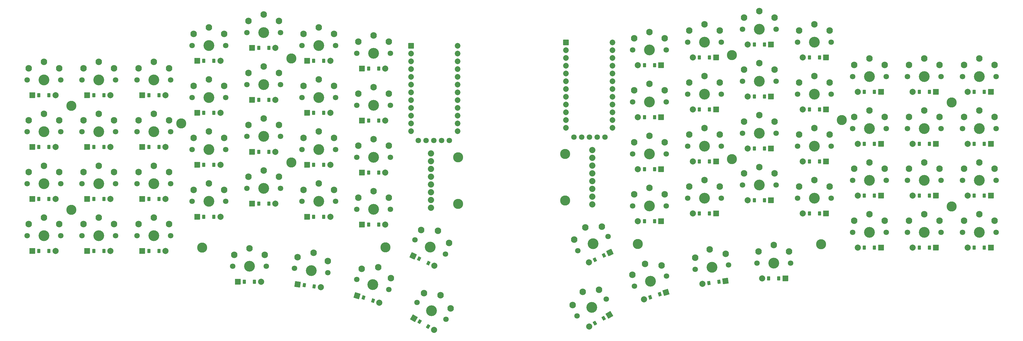
<source format=gbr>
%TF.GenerationSoftware,KiCad,Pcbnew,6.0.9*%
%TF.CreationDate,2022-10-31T19:27:22+01:00*%
%TF.ProjectId,neok(both),6e656f6b-2862-46f7-9468-292e6b696361,v1.0.0*%
%TF.SameCoordinates,Original*%
%TF.FileFunction,Soldermask,Bot*%
%TF.FilePolarity,Negative*%
%FSLAX46Y46*%
G04 Gerber Fmt 4.6, Leading zero omitted, Abs format (unit mm)*
G04 Created by KiCad (PCBNEW 6.0.9) date 2022-10-31 19:27:22*
%MOMM*%
%LPD*%
G01*
G04 APERTURE LIST*
G04 Aperture macros list*
%AMRoundRect*
0 Rectangle with rounded corners*
0 $1 Rounding radius*
0 $2 $3 $4 $5 $6 $7 $8 $9 X,Y pos of 4 corners*
0 Add a 4 corners polygon primitive as box body*
4,1,4,$2,$3,$4,$5,$6,$7,$8,$9,$2,$3,0*
0 Add four circle primitives for the rounded corners*
1,1,$1+$1,$2,$3*
1,1,$1+$1,$4,$5*
1,1,$1+$1,$6,$7*
1,1,$1+$1,$8,$9*
0 Add four rect primitives between the rounded corners*
20,1,$1+$1,$2,$3,$4,$5,0*
20,1,$1+$1,$4,$5,$6,$7,0*
20,1,$1+$1,$6,$7,$8,$9,0*
20,1,$1+$1,$8,$9,$2,$3,0*%
G04 Aperture macros list end*
%ADD10C,2.005000*%
%ADD11RoundRect,0.050000X-0.450000X-0.600000X0.450000X-0.600000X0.450000X0.600000X-0.450000X0.600000X0*%
%ADD12RoundRect,0.050000X-0.889000X-0.889000X0.889000X-0.889000X0.889000X0.889000X-0.889000X0.889000X0*%
%ADD13C,3.301600*%
%ADD14C,3.529000*%
%ADD15C,1.801800*%
%ADD16C,2.132000*%
%ADD17RoundRect,0.050000X-0.609596X-0.436913X0.248749X-0.707548X0.609596X0.436913X-0.248749X0.707548X0*%
%ADD18RoundRect,0.050000X-1.115182X-0.580527X0.580527X-1.115182X1.115182X0.580527X-0.580527X1.115182X0*%
%ADD19RoundRect,0.050000X-0.876300X0.876300X-0.876300X-0.876300X0.876300X-0.876300X0.876300X0.876300X0*%
%ADD20C,1.852600*%
%ADD21C,1.800000*%
%ADD22C,2.032000*%
%ADD23RoundRect,0.050000X-0.524466X-0.536130X0.367834X-0.653604X0.524466X0.536130X-0.367834X0.653604X0*%
%ADD24RoundRect,0.050000X-0.997432X-0.765357X0.765357X-0.997432X0.997432X0.765357X-0.765357X0.997432X0*%
%ADD25RoundRect,0.050000X-0.661409X-0.353606X0.154268X-0.733963X0.661409X0.353606X-0.154268X0.733963X0*%
%ADD26RoundRect,0.050000X-1.181415X-0.430000X0.430000X-1.181415X1.181415X0.430000X-0.430000X1.181415X0*%
%ADD27RoundRect,0.050000X-0.689711X-0.294615X0.089711X-0.744615X0.689711X0.294615X-0.089711X0.744615X0*%
%ADD28RoundRect,0.050000X-1.214397X-0.325397X0.325397X-1.214397X1.214397X0.325397X-0.325397X1.214397X0*%
%ADD29RoundRect,0.050000X0.450000X0.600000X-0.450000X0.600000X-0.450000X-0.600000X0.450000X-0.600000X0*%
%ADD30RoundRect,0.050000X0.889000X0.889000X-0.889000X0.889000X-0.889000X-0.889000X0.889000X-0.889000X0*%
%ADD31RoundRect,0.050000X0.154268X0.733963X-0.661409X0.353606X-0.154268X-0.733963X0.661409X-0.353606X0*%
%ADD32RoundRect,0.050000X0.430000X1.181415X-1.181415X0.430000X-0.430000X-1.181415X1.181415X-0.430000X0*%
%ADD33RoundRect,0.050000X0.248749X0.707548X-0.609596X0.436913X-0.248749X-0.707548X0.609596X-0.436913X0*%
%ADD34RoundRect,0.050000X0.580527X1.115182X-1.115182X0.580527X-0.580527X-1.115182X1.115182X-0.580527X0*%
%ADD35RoundRect,0.050000X0.089711X0.744615X-0.689711X0.294615X-0.089711X-0.744615X0.689711X-0.294615X0*%
%ADD36RoundRect,0.050000X0.325397X1.214397X-1.214397X0.325397X-0.325397X-1.214397X1.214397X-0.325397X0*%
%ADD37RoundRect,0.050000X0.367834X0.653604X-0.524466X0.536130X-0.367834X-0.653604X0.524466X-0.536130X0*%
%ADD38RoundRect,0.050000X0.765357X0.997432X-0.997432X0.765357X-0.765357X-0.997432X0.997432X-0.765357X0*%
G04 APERTURE END LIST*
D10*
%TO.C,D17*%
X130060004Y-148800004D03*
D11*
X124600004Y-148800004D03*
D12*
X122440004Y-148800004D03*
D11*
X127900004Y-148800004D03*
%TD*%
%TO.C,D3*%
X52599993Y-130270002D03*
D10*
X58059993Y-130270002D03*
D11*
X55899993Y-130270002D03*
D12*
X50439993Y-130270002D03*
%TD*%
D13*
%TO.C,*%
X99252017Y-122553558D03*
%TD*%
D14*
%TO.C,S17*%
X126249995Y-143800005D03*
D15*
X131749995Y-143800005D03*
X120749995Y-143800005D03*
D16*
X131249995Y-140000005D03*
X121249995Y-140000005D03*
X126249995Y-137900005D03*
X126249995Y-137900005D03*
%TD*%
D10*
%TO.C,D20*%
X130059997Y-97800000D03*
D11*
X124599997Y-97800000D03*
X127899997Y-97800000D03*
D12*
X122439997Y-97800000D03*
%TD*%
D10*
%TO.C,D31*%
X164081811Y-181164157D03*
D17*
X158874516Y-179522303D03*
D18*
X156814487Y-178872779D03*
D17*
X162021782Y-180514633D03*
%TD*%
D13*
%TO.C,*%
X63251752Y-116770005D03*
%TD*%
D11*
%TO.C,D29*%
X119920002Y-174300000D03*
D10*
X125380002Y-174300000D03*
D11*
X123220002Y-174300000D03*
D12*
X117760002Y-174300000D03*
%TD*%
D15*
%TO.C,S10*%
X95749996Y-142270007D03*
X84749996Y-142270007D03*
D14*
X90249996Y-142270007D03*
D16*
X95249996Y-138470007D03*
X85249996Y-138470007D03*
X90249996Y-136370007D03*
X90249996Y-136370007D03*
%TD*%
D14*
%TO.C,S22*%
X144250001Y-131050005D03*
D15*
X138750001Y-131050005D03*
X149750001Y-131050005D03*
D16*
X149250001Y-127250005D03*
X139250001Y-127250005D03*
X144250001Y-125150005D03*
X144250001Y-125150005D03*
%TD*%
D10*
%TO.C,D26*%
X166060003Y-138599996D03*
D11*
X160600003Y-138599996D03*
X163900003Y-138599996D03*
D12*
X158440003Y-138599996D03*
%TD*%
D15*
%TO.C,S19*%
X131749996Y-109799999D03*
D14*
X126249996Y-109799999D03*
D15*
X120749996Y-109799999D03*
D16*
X131249996Y-105999999D03*
X121249996Y-105999999D03*
X126249996Y-103899999D03*
X126249996Y-103899999D03*
%TD*%
D13*
%TO.C,*%
X63251754Y-150770000D03*
%TD*%
D14*
%TO.C,S9*%
X90250001Y-159270004D03*
D15*
X95750001Y-159270004D03*
X84750001Y-159270004D03*
D16*
X85250001Y-155470004D03*
X95250001Y-155470004D03*
X90250001Y-153370004D03*
X90250001Y-153370004D03*
%TD*%
D14*
%TO.C,S27*%
X162249998Y-116599996D03*
D15*
X167749998Y-116599996D03*
X156749998Y-116599996D03*
D16*
X157249998Y-112799996D03*
X167249998Y-112799996D03*
X162249998Y-110699996D03*
X162249998Y-110699996D03*
%TD*%
D10*
%TO.C,D4*%
X58060001Y-113270001D03*
D11*
X52600001Y-113270001D03*
D12*
X50440001Y-113270001D03*
D11*
X55900001Y-113270001D03*
%TD*%
D15*
%TO.C,S1*%
X59749999Y-159269994D03*
X48749999Y-159269994D03*
D14*
X54249999Y-159269994D03*
D16*
X59249999Y-155469994D03*
X49249999Y-155469994D03*
X54249999Y-153369994D03*
X54249999Y-153369994D03*
%TD*%
D11*
%TO.C,D12*%
X88600009Y-113270007D03*
D10*
X94060009Y-113270007D03*
D11*
X91900009Y-113270007D03*
D12*
X86440009Y-113270007D03*
%TD*%
D15*
%TO.C,S2*%
X48750003Y-142269992D03*
X59750003Y-142269992D03*
D14*
X54250003Y-142269992D03*
D16*
X59250003Y-138469992D03*
X49250003Y-138469992D03*
X54250003Y-136369992D03*
X54250003Y-136369992D03*
%TD*%
D11*
%TO.C,D5*%
X70600008Y-164270003D03*
D10*
X76060008Y-164270003D03*
D11*
X73900008Y-164270003D03*
D12*
X68440008Y-164270003D03*
%TD*%
D10*
%TO.C,D7*%
X76060000Y-130270007D03*
D11*
X70600000Y-130270007D03*
D12*
X68440000Y-130270007D03*
D11*
X73900000Y-130270007D03*
%TD*%
D10*
%TO.C,D13*%
X112060009Y-153049999D03*
D11*
X106600009Y-153049999D03*
D12*
X104440009Y-153049999D03*
D11*
X109900009Y-153049999D03*
%TD*%
D19*
%TO.C,MCU1*%
X174449998Y-97100006D03*
D20*
X174449998Y-99640006D03*
X174449998Y-102180006D03*
X174449998Y-104720006D03*
X174449998Y-107260006D03*
X174449998Y-109800006D03*
X174449998Y-112340006D03*
X174449998Y-114880006D03*
X174449998Y-117420006D03*
X174449998Y-119960006D03*
X174449998Y-122500006D03*
X174449998Y-125040006D03*
X189689998Y-97100006D03*
X189689998Y-99640006D03*
X189689998Y-102180006D03*
X189689998Y-104720006D03*
X189689998Y-107260006D03*
X189689998Y-109800006D03*
X189689998Y-112340006D03*
X189689998Y-114880006D03*
X189689998Y-117420006D03*
X189689998Y-119960006D03*
X189689998Y-122500006D03*
X189689998Y-125040006D03*
%TD*%
D15*
%TO.C,S5*%
X66750010Y-159269998D03*
X77750010Y-159269998D03*
D14*
X72250010Y-159269998D03*
D16*
X77250010Y-155469998D03*
X67250010Y-155469998D03*
X72250010Y-153369998D03*
X72250010Y-153369998D03*
%TD*%
D11*
%TO.C,D23*%
X142600002Y-119050000D03*
D10*
X148060002Y-119050000D03*
D11*
X145900002Y-119050000D03*
D12*
X140440002Y-119050000D03*
%TD*%
D11*
%TO.C,D1*%
X52600007Y-164270002D03*
D10*
X58060007Y-164270002D03*
D11*
X55900007Y-164270002D03*
D12*
X50440007Y-164270002D03*
%TD*%
D11*
%TO.C,D24*%
X142600006Y-102049995D03*
D10*
X148060006Y-102049995D03*
D11*
X145900006Y-102049995D03*
D12*
X140440006Y-102049995D03*
%TD*%
D14*
%TO.C,S33*%
X180760257Y-162974601D03*
D15*
X175775564Y-160650201D03*
X185744950Y-165299001D03*
D16*
X186897745Y-161643723D03*
X177834667Y-157417540D03*
X183253705Y-157627385D03*
X183253705Y-157627385D03*
%TD*%
D10*
%TO.C,D16*%
X112059996Y-102049998D03*
D11*
X106599996Y-102049998D03*
D12*
X104439996Y-102049998D03*
D11*
X109899996Y-102049998D03*
%TD*%
D10*
%TO.C,D28*%
X166060009Y-104600009D03*
D11*
X160600009Y-104600009D03*
D12*
X158440009Y-104600009D03*
D11*
X163900009Y-104600009D03*
%TD*%
D21*
%TO.C,REF\u002A\u002A*%
X187021751Y-128079994D03*
X184481751Y-128079994D03*
X181941751Y-128079994D03*
X179401751Y-128079994D03*
X176861751Y-128079994D03*
%TD*%
D15*
%TO.C,S31*%
X156706233Y-173596006D03*
D14*
X161951676Y-175249888D03*
D15*
X167197119Y-176903770D03*
D16*
X158325773Y-170122235D03*
X167862943Y-173129293D03*
X163725840Y-169622958D03*
X163725840Y-169622958D03*
%TD*%
D14*
%TO.C,S13*%
X108249997Y-148050002D03*
D15*
X102749997Y-148050002D03*
X113749997Y-148050002D03*
D16*
X103249997Y-144250002D03*
X113249997Y-144250002D03*
X108249997Y-142150002D03*
X108249997Y-142150002D03*
%TD*%
D13*
%TO.C,REF\u002A\u002A*%
X189886757Y-133639998D03*
X189886757Y-148879998D03*
D22*
X180996757Y-150149998D03*
X180996757Y-147609998D03*
X180996757Y-145069998D03*
X180996757Y-142529998D03*
X180996757Y-139989998D03*
X180996757Y-137449998D03*
X180996757Y-134909998D03*
X180996757Y-132369998D03*
%TD*%
D10*
%TO.C,D22*%
X148059996Y-136050003D03*
D11*
X142599996Y-136050003D03*
X145899996Y-136050003D03*
D12*
X140439996Y-136050003D03*
%TD*%
D23*
%TO.C,D30*%
X139501193Y-175432676D03*
D10*
X144914482Y-176145349D03*
D23*
X142772961Y-175863412D03*
D24*
X137359672Y-175150739D03*
%TD*%
D13*
%TO.C,*%
X135251748Y-135299998D03*
%TD*%
D10*
%TO.C,D2*%
X58060004Y-147269998D03*
D11*
X52600004Y-147269998D03*
X55900004Y-147269998D03*
D12*
X50440004Y-147269998D03*
%TD*%
D10*
%TO.C,D33*%
X182100193Y-169116315D03*
D25*
X177151752Y-166808819D03*
D26*
X175194127Y-165895963D03*
D25*
X180142568Y-168203459D03*
%TD*%
D15*
%TO.C,S26*%
X156749995Y-133600000D03*
X167749995Y-133600000D03*
D14*
X162249995Y-133600000D03*
D16*
X167249995Y-129800000D03*
X157249995Y-129800000D03*
X162249995Y-127700000D03*
X162249995Y-127700000D03*
%TD*%
D10*
%TO.C,D27*%
X166060004Y-121600005D03*
D11*
X160600004Y-121600005D03*
D12*
X158440004Y-121600005D03*
D11*
X163900004Y-121600005D03*
%TD*%
D10*
%TO.C,D21*%
X148059995Y-153050003D03*
D11*
X142599995Y-153050003D03*
X145899995Y-153050003D03*
D12*
X140439995Y-153050003D03*
%TD*%
D15*
%TO.C,S3*%
X48750002Y-125269998D03*
X59750002Y-125269998D03*
D14*
X54250002Y-125269998D03*
D16*
X59250002Y-121469998D03*
X49250002Y-121469998D03*
X54250002Y-119369998D03*
X54250002Y-119369998D03*
%TD*%
D15*
%TO.C,S6*%
X77749996Y-142269999D03*
X66749996Y-142269999D03*
D14*
X72249996Y-142269999D03*
D16*
X77249996Y-138469999D03*
X67249996Y-138469999D03*
X72249996Y-136369999D03*
X72249996Y-136369999D03*
%TD*%
D15*
%TO.C,S28*%
X156750009Y-99599999D03*
D14*
X162250009Y-99599999D03*
D15*
X167750009Y-99599999D03*
D16*
X167250009Y-95799999D03*
X157250009Y-95799999D03*
X162250009Y-93699999D03*
X162250009Y-93699999D03*
%TD*%
D14*
%TO.C,S29*%
X121570000Y-169300004D03*
D15*
X127070000Y-169300004D03*
X116070000Y-169300004D03*
D16*
X116570000Y-165500004D03*
X126570000Y-165500004D03*
X121570000Y-163400004D03*
X121570000Y-163400004D03*
%TD*%
D14*
%TO.C,S20*%
X126250006Y-92800005D03*
D15*
X131750006Y-92800005D03*
X120750006Y-92800005D03*
D16*
X131250006Y-89000005D03*
X121250006Y-89000005D03*
X126250006Y-86900005D03*
X126250006Y-86900005D03*
%TD*%
D19*
%TO.C,MCU1*%
X225172019Y-96006448D03*
D20*
X225172019Y-98546448D03*
X225172019Y-101086448D03*
X225172019Y-103626448D03*
X225172019Y-106166448D03*
X225172019Y-108706448D03*
X225172019Y-111246448D03*
X225172019Y-113786448D03*
X225172019Y-116326448D03*
X225172019Y-118866448D03*
X225172019Y-121406448D03*
X225172019Y-123946448D03*
X240412019Y-96006448D03*
X240412019Y-98546448D03*
X240412019Y-101086448D03*
X240412019Y-103626448D03*
X240412019Y-106166448D03*
X240412019Y-108706448D03*
X240412019Y-111246448D03*
X240412019Y-113786448D03*
X240412019Y-116326448D03*
X240412019Y-118866448D03*
X240412019Y-121406448D03*
X240412019Y-123946448D03*
%TD*%
D13*
%TO.C,*%
X135251756Y-101290004D03*
%TD*%
D15*
%TO.C,S24*%
X149749992Y-97050007D03*
X138749992Y-97050007D03*
D14*
X144249992Y-97050007D03*
D16*
X139249992Y-93250007D03*
X149249992Y-93250007D03*
X144249992Y-91150007D03*
X144249992Y-91150007D03*
%TD*%
D13*
%TO.C,REF\u002A\u002A*%
X224935260Y-147786440D03*
X224935260Y-132546440D03*
D22*
X233825260Y-131276440D03*
X233825260Y-133816440D03*
X233825260Y-136356440D03*
X233825260Y-138896440D03*
X233825260Y-141436440D03*
X233825260Y-143976440D03*
X233825260Y-146516440D03*
X233825260Y-149056440D03*
%TD*%
D15*
%TO.C,S23*%
X149750006Y-114050004D03*
D14*
X144250006Y-114050004D03*
D15*
X138750006Y-114050004D03*
D16*
X149250006Y-110250004D03*
X139250006Y-110250004D03*
X144250006Y-108150004D03*
X144250006Y-108150004D03*
%TD*%
D11*
%TO.C,D19*%
X124599998Y-114800004D03*
D10*
X130059998Y-114800004D03*
D11*
X127899998Y-114800004D03*
D12*
X122439998Y-114800004D03*
%TD*%
D15*
%TO.C,S8*%
X66750001Y-108270003D03*
X77750001Y-108270003D03*
D14*
X72250001Y-108270003D03*
D16*
X77250001Y-104470003D03*
X67250001Y-104470003D03*
X72250001Y-102370003D03*
X72250001Y-102370003D03*
%TD*%
D10*
%TO.C,D14*%
X112060000Y-136050002D03*
D11*
X106600000Y-136050002D03*
D12*
X104440000Y-136050002D03*
D11*
X109900000Y-136050002D03*
%TD*%
%TO.C,D15*%
X106599997Y-119050007D03*
D10*
X112059997Y-119050007D03*
D11*
X109899997Y-119050007D03*
D12*
X104439997Y-119050007D03*
%TD*%
D21*
%TO.C,REF\u002A\u002A*%
X237960266Y-126986436D03*
X235420266Y-126986436D03*
X232880266Y-126986436D03*
X230340266Y-126986436D03*
X227800266Y-126986436D03*
%TD*%
D10*
%TO.C,D32*%
X181987888Y-190068274D03*
D27*
X177259389Y-187338274D03*
X180117273Y-188988274D03*
D28*
X175388774Y-186258274D03*
%TD*%
D15*
%TO.C,S21*%
X138750003Y-148049998D03*
D14*
X144250003Y-148049998D03*
D15*
X149750003Y-148049998D03*
D16*
X149250003Y-144249998D03*
X139250003Y-144249998D03*
X144250003Y-142149998D03*
X144250003Y-142149998D03*
%TD*%
D14*
%TO.C,S30*%
X141789718Y-170690818D03*
D15*
X147242665Y-171408712D03*
X136336771Y-169972924D03*
D16*
X137328493Y-166270697D03*
X147242942Y-167575958D03*
X142559823Y-164841293D03*
X142559823Y-164841293D03*
%TD*%
D15*
%TO.C,S16*%
X102750007Y-97050000D03*
X113750007Y-97050000D03*
D14*
X108250007Y-97050000D03*
D16*
X103250007Y-93250000D03*
X113250007Y-93250000D03*
X108250007Y-91150000D03*
X108250007Y-91150000D03*
%TD*%
D10*
%TO.C,D18*%
X130060002Y-131800007D03*
D11*
X124600002Y-131800007D03*
D12*
X122440002Y-131800007D03*
D11*
X127900002Y-131800007D03*
%TD*%
%TO.C,D6*%
X70600002Y-147270008D03*
D10*
X76060002Y-147270008D03*
D11*
X73900002Y-147270008D03*
D12*
X68440002Y-147270008D03*
%TD*%
D11*
%TO.C,D9*%
X88600007Y-164270004D03*
D10*
X94060007Y-164270004D03*
D11*
X91900007Y-164270004D03*
D12*
X86440007Y-164270004D03*
%TD*%
D14*
%TO.C,S7*%
X72250004Y-125269999D03*
D15*
X66750004Y-125269999D03*
X77750004Y-125269999D03*
D16*
X67250004Y-121469999D03*
X77250004Y-121469999D03*
X72250004Y-119369999D03*
X72250004Y-119369999D03*
%TD*%
D15*
%TO.C,S15*%
X102750000Y-114049998D03*
D14*
X108250000Y-114049998D03*
D15*
X113750000Y-114049998D03*
D16*
X103250000Y-110249998D03*
X113250000Y-110249998D03*
X108250000Y-108149998D03*
X108250000Y-108149998D03*
%TD*%
D11*
%TO.C,D11*%
X88599998Y-130270000D03*
D10*
X94059998Y-130270000D03*
D11*
X91899998Y-130270000D03*
D12*
X86439998Y-130270000D03*
%TD*%
D14*
%TO.C,S4*%
X54250004Y-108270000D03*
D15*
X59750004Y-108270000D03*
X48750004Y-108270000D03*
D16*
X49250004Y-104470000D03*
X59250004Y-104470000D03*
X54250004Y-102370000D03*
X54250004Y-102370000D03*
%TD*%
D10*
%TO.C,D8*%
X76060001Y-113270000D03*
D11*
X70600001Y-113270000D03*
D12*
X68440001Y-113270000D03*
D11*
X73900001Y-113270000D03*
%TD*%
D15*
%TO.C,S18*%
X131749989Y-126800002D03*
D14*
X126249989Y-126800002D03*
D15*
X120749989Y-126800002D03*
D16*
X131249989Y-123000002D03*
X121249989Y-123000002D03*
X126249989Y-120900002D03*
X126249989Y-120900002D03*
%TD*%
D15*
%TO.C,S25*%
X167749997Y-150600002D03*
D14*
X162249997Y-150600002D03*
D15*
X156749997Y-150600002D03*
D16*
X167249997Y-146800002D03*
X157249997Y-146800002D03*
X162249997Y-144700002D03*
X162249997Y-144700002D03*
%TD*%
D14*
%TO.C,S12*%
X90249999Y-108270003D03*
D15*
X84749999Y-108270003D03*
X95749999Y-108270003D03*
D16*
X85249999Y-104470003D03*
X95249999Y-104470003D03*
X90249999Y-102370003D03*
X90249999Y-102370003D03*
%TD*%
D13*
%TO.C,*%
X166091754Y-163060004D03*
%TD*%
%TO.C,*%
X106051752Y-163150006D03*
%TD*%
D14*
%TO.C,S11*%
X90249998Y-125270004D03*
D15*
X95749998Y-125270004D03*
X84749998Y-125270004D03*
D16*
X85249998Y-121470004D03*
X95249998Y-121470004D03*
X90249998Y-119370004D03*
X90249998Y-119370004D03*
%TD*%
D15*
%TO.C,S32*%
X176425192Y-181083157D03*
X185951472Y-186583157D03*
D14*
X181188332Y-183833157D03*
D16*
X187418459Y-183042260D03*
X178758205Y-178042260D03*
X184138332Y-178723607D03*
X184138332Y-178723607D03*
%TD*%
D15*
%TO.C,S14*%
X102749999Y-131050001D03*
X113749999Y-131050001D03*
D14*
X108249999Y-131050001D03*
D16*
X113249999Y-127250001D03*
X103249999Y-127250001D03*
X108249999Y-125150001D03*
X108249999Y-125150001D03*
%TD*%
D10*
%TO.C,D25*%
X166059996Y-155600002D03*
D11*
X160599996Y-155600002D03*
D12*
X158439996Y-155600002D03*
D11*
X163899996Y-155600002D03*
%TD*%
D10*
%TO.C,D10*%
X94060006Y-147270001D03*
D11*
X88600006Y-147270001D03*
D12*
X86440006Y-147270001D03*
D11*
X91900006Y-147270001D03*
%TD*%
D10*
%TO.C,D15*%
X302762020Y-117956449D03*
D29*
X308222020Y-117956449D03*
D30*
X310382020Y-117956449D03*
D29*
X304922020Y-117956449D03*
%TD*%
D15*
%TO.C,S19*%
X294072021Y-108706441D03*
X283072021Y-108706441D03*
D14*
X288572021Y-108706441D03*
D16*
X293572021Y-104906441D03*
X283572021Y-104906441D03*
X288572021Y-102806441D03*
X288572021Y-102806441D03*
%TD*%
D14*
%TO.C,S15*%
X306572017Y-112956440D03*
D15*
X312072017Y-112956440D03*
X301072017Y-112956440D03*
D16*
X311572017Y-109156440D03*
X301572017Y-109156440D03*
X306572017Y-107056440D03*
X306572017Y-107056440D03*
%TD*%
D14*
%TO.C,S26*%
X252572022Y-132506442D03*
D15*
X258072022Y-132506442D03*
X247072022Y-132506442D03*
D16*
X247572022Y-128706442D03*
X257572022Y-128706442D03*
X252572022Y-126606442D03*
X252572022Y-126606442D03*
%TD*%
D10*
%TO.C,D10*%
X320762011Y-146176443D03*
D29*
X326222011Y-146176443D03*
D30*
X328382011Y-146176443D03*
D29*
X322922011Y-146176443D03*
%TD*%
D14*
%TO.C,S33*%
X234061760Y-161881043D03*
D15*
X239046453Y-159556643D03*
X229077067Y-164205443D03*
D16*
X227924272Y-160550165D03*
X236987350Y-156323982D03*
X231568312Y-156533827D03*
X231568312Y-156533827D03*
%TD*%
D15*
%TO.C,S17*%
X294072022Y-142706447D03*
D14*
X288572022Y-142706447D03*
D15*
X283072022Y-142706447D03*
D16*
X293572022Y-138906447D03*
X283572022Y-138906447D03*
X288572022Y-136806447D03*
X288572022Y-136806447D03*
%TD*%
D29*
%TO.C,D13*%
X308222008Y-151956441D03*
D10*
X302762008Y-151956441D03*
D29*
X304922008Y-151956441D03*
D30*
X310382008Y-151956441D03*
%TD*%
D13*
%TO.C,*%
X308770265Y-162056448D03*
%TD*%
D10*
%TO.C,D9*%
X320762010Y-163176446D03*
D29*
X326222010Y-163176446D03*
D30*
X328382010Y-163176446D03*
D29*
X322922010Y-163176446D03*
%TD*%
D15*
%TO.C,S1*%
X366072018Y-158176436D03*
D14*
X360572018Y-158176436D03*
D15*
X355072018Y-158176436D03*
D16*
X355572018Y-154376436D03*
X365572018Y-154376436D03*
X360572018Y-152276436D03*
X360572018Y-152276436D03*
%TD*%
D10*
%TO.C,D28*%
X248762008Y-103506451D03*
D29*
X254222008Y-103506451D03*
D30*
X256382008Y-103506451D03*
D29*
X250922008Y-103506451D03*
%TD*%
%TO.C,D12*%
X326222008Y-112176449D03*
D10*
X320762008Y-112176449D03*
D30*
X328382008Y-112176449D03*
D29*
X322922008Y-112176449D03*
%TD*%
D15*
%TO.C,S12*%
X319072018Y-107176445D03*
X330072018Y-107176445D03*
D14*
X324572018Y-107176445D03*
D16*
X319572018Y-103376445D03*
X329572018Y-103376445D03*
X324572018Y-101276445D03*
X324572018Y-101276445D03*
%TD*%
D29*
%TO.C,D3*%
X362222024Y-129176444D03*
D10*
X356762024Y-129176444D03*
D30*
X364382024Y-129176444D03*
D29*
X358922024Y-129176444D03*
%TD*%
D10*
%TO.C,D25*%
X248762021Y-154506444D03*
D29*
X254222021Y-154506444D03*
D30*
X256382021Y-154506444D03*
D29*
X250922021Y-154506444D03*
%TD*%
D14*
%TO.C,S11*%
X324572019Y-124176446D03*
D15*
X330072019Y-124176446D03*
X319072019Y-124176446D03*
D16*
X319572019Y-120376446D03*
X329572019Y-120376446D03*
X324572019Y-118276446D03*
X324572019Y-118276446D03*
%TD*%
D15*
%TO.C,S21*%
X276072014Y-146956440D03*
X265072014Y-146956440D03*
D14*
X270572014Y-146956440D03*
D16*
X275572014Y-143156440D03*
X265572014Y-143156440D03*
X270572014Y-141056440D03*
X270572014Y-141056440D03*
%TD*%
D10*
%TO.C,D5*%
X338762009Y-163176445D03*
D29*
X344222009Y-163176445D03*
D30*
X346382009Y-163176445D03*
D29*
X340922009Y-163176445D03*
%TD*%
%TO.C,D23*%
X272222015Y-117956442D03*
D10*
X266762015Y-117956442D03*
D29*
X268922015Y-117956442D03*
D30*
X274382015Y-117956442D03*
%TD*%
D10*
%TO.C,D19*%
X284762019Y-113706446D03*
D29*
X290222019Y-113706446D03*
D30*
X292382019Y-113706446D03*
D29*
X286922019Y-113706446D03*
%TD*%
%TO.C,D22*%
X272222021Y-134956445D03*
D10*
X266762021Y-134956445D03*
D29*
X268922021Y-134956445D03*
D30*
X274382021Y-134956445D03*
%TD*%
D15*
%TO.C,S25*%
X258072020Y-149506444D03*
X247072020Y-149506444D03*
D14*
X252572020Y-149506444D03*
D16*
X247572020Y-145706444D03*
X257572020Y-145706444D03*
X252572020Y-143606444D03*
X252572020Y-143606444D03*
%TD*%
D10*
%TO.C,D1*%
X356762010Y-163176444D03*
D29*
X362222010Y-163176444D03*
X358922010Y-163176444D03*
D30*
X364382010Y-163176444D03*
%TD*%
D10*
%TO.C,D29*%
X289442015Y-173206442D03*
D29*
X294902015Y-173206442D03*
D30*
X297062015Y-173206442D03*
D29*
X291602015Y-173206442D03*
%TD*%
D14*
%TO.C,S3*%
X360572015Y-124176440D03*
D15*
X366072015Y-124176440D03*
X355072015Y-124176440D03*
D16*
X365572015Y-120376440D03*
X355572015Y-120376440D03*
X360572015Y-118276440D03*
X360572015Y-118276440D03*
%TD*%
D31*
%TO.C,D33*%
X237670265Y-165715261D03*
D10*
X232721824Y-168022757D03*
D32*
X239627890Y-164802405D03*
D31*
X234679449Y-167109901D03*
%TD*%
D15*
%TO.C,S30*%
X267579352Y-170315154D03*
X278485246Y-168879366D03*
D14*
X273032299Y-169597260D03*
D16*
X277493524Y-165177139D03*
X267579075Y-166482400D03*
X272262194Y-163747735D03*
X272262194Y-163747735D03*
%TD*%
D15*
%TO.C,S20*%
X283072011Y-91706447D03*
D14*
X288572011Y-91706447D03*
D15*
X294072011Y-91706447D03*
D16*
X283572011Y-87906447D03*
X293572011Y-87906447D03*
X288572011Y-85806447D03*
X288572011Y-85806447D03*
%TD*%
D14*
%TO.C,S10*%
X324572021Y-141176449D03*
D15*
X330072021Y-141176449D03*
X319072021Y-141176449D03*
D16*
X319572021Y-137376449D03*
X329572021Y-137376449D03*
X324572021Y-135276449D03*
X324572021Y-135276449D03*
%TD*%
D15*
%TO.C,S18*%
X294072028Y-125706444D03*
D14*
X288572028Y-125706444D03*
D15*
X283072028Y-125706444D03*
D16*
X283572028Y-121906444D03*
X293572028Y-121906444D03*
X288572028Y-119806444D03*
X288572028Y-119806444D03*
%TD*%
D14*
%TO.C,S13*%
X306572020Y-146956444D03*
D15*
X301072020Y-146956444D03*
X312072020Y-146956444D03*
D16*
X301572020Y-143156444D03*
X311572020Y-143156444D03*
X306572020Y-141056444D03*
X306572020Y-141056444D03*
%TD*%
D10*
%TO.C,D27*%
X248762013Y-120506447D03*
D29*
X254222013Y-120506447D03*
D30*
X256382013Y-120506447D03*
D29*
X250922013Y-120506447D03*
%TD*%
D10*
%TO.C,D31*%
X250740206Y-180070599D03*
D33*
X255947501Y-178428745D03*
D34*
X258007530Y-177779221D03*
D33*
X252800235Y-179421075D03*
%TD*%
D29*
%TO.C,D4*%
X362222016Y-112176443D03*
D10*
X356762016Y-112176443D03*
D29*
X358922016Y-112176443D03*
D30*
X364382016Y-112176443D03*
%TD*%
D15*
%TO.C,S22*%
X265072016Y-129956447D03*
X276072016Y-129956447D03*
D14*
X270572016Y-129956447D03*
D16*
X275572016Y-126156447D03*
X265572016Y-126156447D03*
X270572016Y-124056447D03*
X270572016Y-124056447D03*
%TD*%
D29*
%TO.C,D18*%
X290222015Y-130706449D03*
D10*
X284762015Y-130706449D03*
D30*
X292382015Y-130706449D03*
D29*
X286922015Y-130706449D03*
%TD*%
%TO.C,D14*%
X308222017Y-134956444D03*
D10*
X302762017Y-134956444D03*
D29*
X304922017Y-134956444D03*
D30*
X310382017Y-134956444D03*
%TD*%
D35*
%TO.C,D32*%
X237562628Y-186244716D03*
D10*
X232834129Y-188974716D03*
D35*
X234704744Y-187894716D03*
D36*
X239433243Y-185164716D03*
%TD*%
D14*
%TO.C,S24*%
X270572025Y-95956449D03*
D15*
X265072025Y-95956449D03*
X276072025Y-95956449D03*
D16*
X275572025Y-92156449D03*
X265572025Y-92156449D03*
X270572025Y-90056449D03*
X270572025Y-90056449D03*
%TD*%
D14*
%TO.C,S23*%
X270572011Y-112956446D03*
D15*
X276072011Y-112956446D03*
X265072011Y-112956446D03*
D16*
X275572011Y-109156446D03*
X265572011Y-109156446D03*
X270572011Y-107056446D03*
X270572011Y-107056446D03*
%TD*%
D10*
%TO.C,D6*%
X338762015Y-146176450D03*
D29*
X344222015Y-146176450D03*
D30*
X346382015Y-146176450D03*
D29*
X340922015Y-146176450D03*
%TD*%
D37*
%TO.C,D30*%
X275320824Y-174339118D03*
D10*
X269907535Y-175051791D03*
D37*
X272049056Y-174769854D03*
D38*
X277462345Y-174057181D03*
%TD*%
D15*
%TO.C,S32*%
X228870545Y-185489599D03*
D14*
X233633685Y-182739599D03*
D15*
X238396825Y-179989599D03*
D16*
X227403558Y-181948702D03*
X236063812Y-176948702D03*
X230683685Y-177630049D03*
X230683685Y-177630049D03*
%TD*%
D14*
%TO.C,S6*%
X342572021Y-141176441D03*
D15*
X337072021Y-141176441D03*
X348072021Y-141176441D03*
D16*
X347572021Y-137376441D03*
X337572021Y-137376441D03*
X342572021Y-135276441D03*
X342572021Y-135276441D03*
%TD*%
D29*
%TO.C,D21*%
X272222022Y-151956445D03*
D10*
X266762022Y-151956445D03*
D29*
X268922022Y-151956445D03*
D30*
X274382022Y-151956445D03*
%TD*%
D15*
%TO.C,S29*%
X287752017Y-168206446D03*
X298752017Y-168206446D03*
D14*
X293252017Y-168206446D03*
D16*
X298252017Y-164406446D03*
X288252017Y-164406446D03*
X293252017Y-162306446D03*
X293252017Y-162306446D03*
%TD*%
D15*
%TO.C,S28*%
X258072008Y-98506441D03*
D14*
X252572008Y-98506441D03*
D15*
X247072008Y-98506441D03*
D16*
X247572008Y-94706441D03*
X257572008Y-94706441D03*
X252572008Y-92606441D03*
X252572008Y-92606441D03*
%TD*%
D13*
%TO.C,*%
X351570265Y-115676447D03*
%TD*%
D15*
%TO.C,S16*%
X312072010Y-95956442D03*
D14*
X306572010Y-95956442D03*
D15*
X301072010Y-95956442D03*
D16*
X311572010Y-92156442D03*
X301572010Y-92156442D03*
X306572010Y-90056442D03*
X306572010Y-90056442D03*
%TD*%
D13*
%TO.C,*%
X279570261Y-100196446D03*
%TD*%
D15*
%TO.C,S14*%
X301072018Y-129956443D03*
X312072018Y-129956443D03*
D14*
X306572018Y-129956443D03*
D16*
X301572018Y-126156443D03*
X311572018Y-126156443D03*
X306572018Y-124056443D03*
X306572018Y-124056443D03*
%TD*%
D14*
%TO.C,S7*%
X342572013Y-124176441D03*
D15*
X348072013Y-124176441D03*
X337072013Y-124176441D03*
D16*
X337572013Y-120376441D03*
X347572013Y-120376441D03*
X342572013Y-118276441D03*
X342572013Y-118276441D03*
%TD*%
D29*
%TO.C,D20*%
X290222020Y-96706442D03*
D10*
X284762020Y-96706442D03*
D30*
X292382020Y-96706442D03*
D29*
X286922020Y-96706442D03*
%TD*%
D14*
%TO.C,S31*%
X252870341Y-174156330D03*
D15*
X247624898Y-175810212D03*
X258115784Y-172502448D03*
D16*
X256496244Y-169028677D03*
X246959074Y-172035735D03*
X251096177Y-168529400D03*
X251096177Y-168529400D03*
%TD*%
D29*
%TO.C,D24*%
X272222011Y-100956437D03*
D10*
X266762011Y-100956437D03*
D30*
X274382011Y-100956437D03*
D29*
X268922011Y-100956437D03*
%TD*%
D14*
%TO.C,S9*%
X324572016Y-158176446D03*
D15*
X319072016Y-158176446D03*
X330072016Y-158176446D03*
D16*
X329572016Y-154376446D03*
X319572016Y-154376446D03*
X324572016Y-152276446D03*
X324572016Y-152276446D03*
%TD*%
D29*
%TO.C,D16*%
X308222021Y-100956440D03*
D10*
X302762021Y-100956440D03*
D30*
X310382021Y-100956440D03*
D29*
X304922021Y-100956440D03*
%TD*%
D15*
%TO.C,S4*%
X366072013Y-107176442D03*
X355072013Y-107176442D03*
D14*
X360572013Y-107176442D03*
D16*
X355572013Y-103376442D03*
X365572013Y-103376442D03*
X360572013Y-101276442D03*
X360572013Y-101276442D03*
%TD*%
D14*
%TO.C,S27*%
X252572019Y-115506438D03*
D15*
X258072019Y-115506438D03*
X247072019Y-115506438D03*
D16*
X247572019Y-111706438D03*
X257572019Y-111706438D03*
X252572019Y-109606438D03*
X252572019Y-109606438D03*
%TD*%
D10*
%TO.C,D2*%
X356762013Y-146176440D03*
D29*
X362222013Y-146176440D03*
D30*
X364382013Y-146176440D03*
D29*
X358922013Y-146176440D03*
%TD*%
D15*
%TO.C,S8*%
X337072016Y-107176445D03*
D14*
X342572016Y-107176445D03*
D15*
X348072016Y-107176445D03*
D16*
X347572016Y-103376445D03*
X337572016Y-103376445D03*
X342572016Y-101276445D03*
X342572016Y-101276445D03*
%TD*%
D13*
%TO.C,*%
X315570000Y-121460000D03*
%TD*%
%TO.C,*%
X279570269Y-134206440D03*
%TD*%
%TO.C,*%
X248730263Y-161966446D03*
%TD*%
D15*
%TO.C,S2*%
X366072014Y-141176434D03*
X355072014Y-141176434D03*
D14*
X360572014Y-141176434D03*
D16*
X365572014Y-137376434D03*
X355572014Y-137376434D03*
X360572014Y-135276434D03*
X360572014Y-135276434D03*
%TD*%
D10*
%TO.C,D26*%
X248762014Y-137506438D03*
D29*
X254222014Y-137506438D03*
X250922014Y-137506438D03*
D30*
X256382014Y-137506438D03*
%TD*%
D10*
%TO.C,D17*%
X284762013Y-147706446D03*
D29*
X290222013Y-147706446D03*
X286922013Y-147706446D03*
D30*
X292382013Y-147706446D03*
%TD*%
D10*
%TO.C,D7*%
X338762017Y-129176449D03*
D29*
X344222017Y-129176449D03*
X340922017Y-129176449D03*
D30*
X346382017Y-129176449D03*
%TD*%
D10*
%TO.C,D11*%
X320762019Y-129176442D03*
D29*
X326222019Y-129176442D03*
D30*
X328382019Y-129176442D03*
D29*
X322922019Y-129176442D03*
%TD*%
D10*
%TO.C,D8*%
X338762016Y-112176442D03*
D29*
X344222016Y-112176442D03*
X340922016Y-112176442D03*
D30*
X346382016Y-112176442D03*
%TD*%
D15*
%TO.C,S5*%
X348072007Y-158176440D03*
X337072007Y-158176440D03*
D14*
X342572007Y-158176440D03*
D16*
X347572007Y-154376440D03*
X337572007Y-154376440D03*
X342572007Y-152276440D03*
X342572007Y-152276440D03*
%TD*%
D13*
%TO.C,*%
X351570263Y-149676442D03*
%TD*%
M02*

</source>
